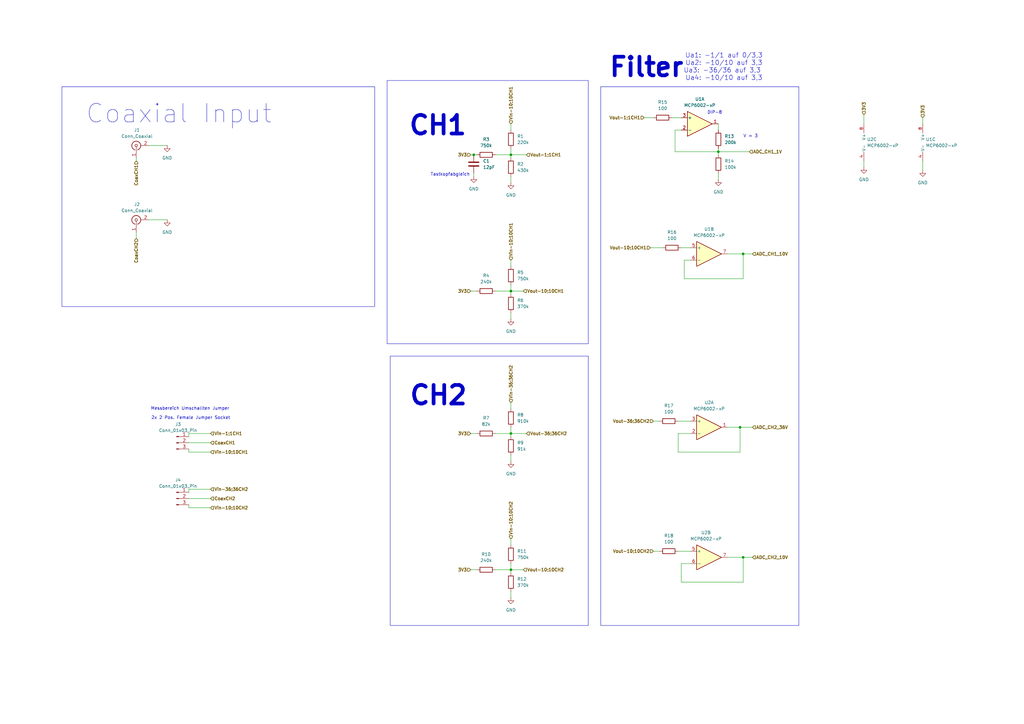
<source format=kicad_sch>
(kicad_sch (version 20250114) (generator "eeschema") (generator_version "9.0")
  (paper "A3")
  (lib_symbols
    (symbol "Amplifier_Operational:MCP6002-xP" (pin_names (offset 0.127))
      (property "Reference" "U" (at 0 5.08 0))
      (property "Value" "MCP6002-xP" (at 0 -5.08 0))
      (symbol "MCP6002-xP_1_1"
        (polyline (pts (xy -5.08 5.08) (xy 5.08 0) (xy -5.08 -5.08) (xy -5.08 5.08)) (stroke (width 0.254)) (fill (type background)))
        (pin input line (at -7.62 2.54 0) (length 2.54) (name "+") (number "3"))
        (pin input line (at -7.62 -2.54 0) (length 2.54) (name "-") (number "2"))
        (pin output line (at 7.62 0 180) (length 2.54) (name "~") (number "1"))
      )
      (symbol "MCP6002-xP_2_1"
        (polyline (pts (xy -5.08 5.08) (xy 5.08 0) (xy -5.08 -5.08) (xy -5.08 5.08)) (stroke (width 0.254)) (fill (type background)))
        (pin input line (at -7.62 2.54 0) (length 2.54) (name "+") (number "5"))
        (pin input line (at -7.62 -2.54 0) (length 2.54) (name "-") (number "6"))
        (pin output line (at 7.62 0 180) (length 2.54) (name "~") (number "7"))
      )
      (symbol "MCP6002-xP_3_1"
        (pin power_in line (at -2.54 7.62 270) (length 3.81) (name "V+") (number "8"))
        (pin power_in line (at -2.54 -7.62 90) (length 3.81) (name "V-") (number "4"))
      )
    )
    (symbol "Connector:Conn_01x03_Pin" (pin_names (offset 1.016) (hide yes))
      (property "Reference" "J" (at 0 5.08 0))
      (property "Value" "Conn_01x03_Pin" (at 0 -5.08 0))
      (symbol "Conn_01x03_Pin_1_1"
        (rectangle (start 0.8636 2.667) (end 0 2.413) (stroke (width 0.1524)) (fill (type outline)))
        (rectangle (start 0.8636 0.127) (end 0 -0.127) (stroke (width 0.1524)) (fill (type outline)))
        (rectangle (start 0.8636 -2.413) (end 0 -2.667) (stroke (width 0.1524)) (fill (type outline)))
        (polyline (pts (xy 1.27 2.54) (xy 0.8636 2.54)) (stroke (width 0.1524)))
        (polyline (pts (xy 1.27 0) (xy 0.8636 0)) (stroke (width 0.1524)))
        (polyline (pts (xy 1.27 -2.54) (xy 0.8636 -2.54)) (stroke (width 0.1524)))
        (pin passive line (at 5.08 2.54 180) (length 3.81) (name "Pin_1") (number "1"))
        (pin passive line (at 5.08 0 180) (length 3.81) (name "Pin_2") (number "2"))
        (pin passive line (at 5.08 -2.54 180) (length 3.81) (name "Pin_3") (number "3"))
      )
    )
    (symbol "Connector:Conn_Coaxial" (pin_names (offset 1.016) (hide yes))
      (property "Reference" "J" (at 0.254 3.048 0))
      (property "Value" "Conn_Coaxial" (at 2.921 0 90))
      (symbol "Conn_Coaxial_0_1"
        (polyline (pts (xy -2.54 0) (xy -0.508 0)))
        (arc (start 1.778 0) (mid 0.222 -1.8079) (end -1.778 -0.508) (stroke (width 0.254)))
        (arc (start -1.778 0.508) (mid 0.2221 1.8084) (end 1.778 0) (stroke (width 0.254)))
        (circle (center 0 0) (radius 0.508) (stroke (width 0.2032)))
        (polyline (pts (xy 0 -2.54) (xy 0 -1.778)))
      )
      (symbol "Conn_Coaxial_1_1"
        (pin passive line (at -5.08 0 0) (length 2.54) (name "In") (number "1"))
        (pin passive line (at 0 -5.08 90) (length 2.54) (name "Ext") (number "2"))
      )
    )
    (symbol "Device:C" (pin_numbers (hide yes)) (pin_names (offset 0.254))
      (property "Reference" "C" (at 0.635 2.54 0))
      (property "Value" "C" (at 0.635 -2.54 0))
      (symbol "C_0_1"
        (polyline (pts (xy -2.032 0.762) (xy 2.032 0.762)) (stroke (width 0.508)))
        (polyline (pts (xy -2.032 -0.762) (xy 2.032 -0.762)) (stroke (width 0.508)))
      )
      (symbol "C_1_1"
        (pin passive line (at 0 3.81 270) (length 2.794) (name "~") (number "1"))
        (pin passive line (at 0 -3.81 90) (length 2.794) (name "~") (number "2"))
      )
    )
    (symbol "Device:R" (pin_numbers (hide yes)) (pin_names (offset 0))
      (property "Reference" "R" (at 2.032 0 90))
      (property "Value" "R" (at 0 0 90))
      (symbol "R_0_1"
        (rectangle (start -1.016 -2.54) (end 1.016 2.54) (stroke (width 0.254)))
      )
      (symbol "R_1_1"
        (pin passive line (at 0 3.81 270) (length 1.27) (name "~") (number "1"))
        (pin passive line (at 0 -3.81 90) (length 1.27) (name "~") (number "2"))
      )
    )
    (symbol "power:GND" (power) (pin_numbers (hide yes)) (pin_names (offset 0) (hide yes))
      (property "Value" "GND" (at 0 -3.81 0))
      (symbol "GND_0_1"
        (polyline (pts (xy 0 0) (xy 0 -1.27) (xy 1.27 -1.27) (xy 0 -2.54) (xy -1.27 -1.27) (xy 0 -1.27)))
      )
      (symbol "GND_1_1"
        (pin power_in line (at 0 0 270) (length 0) (name "~") (number "1"))
      )
    )
  )
  (rectangle (start 160.02 146.05) (end 241.3 256.54))
  (rectangle (start 25.4 35.56) (end 153.67 125.73))
  (rectangle (start 158.75 33.02) (end 241.3 140.97))
  (rectangle (start 246.38 35.56) (end 327.66 256.54))
  (text "Tastkopfabgleich\n" (at 184.658 71.628 0) (effects (font (size 1.27 1.27))))
  (text "2x 2 Pos. Female Jumper Socket\n" (at 78.232 171.45 0) (effects (font (size 1.27 1.27))))
  (text "Coaxial Input\n" (at 73.406 46.736 0) (effects (font (size 7.62 7.62))))
  (text "CH2\n" (at 179.832 162.306 0) (effects (font (size 7.62 7.62) (thickness 1.524) (bold yes))))
  (text "Filter" (at 265.176 27.686 0) (effects (font (size 7.62 7.62) (thickness 1.524) (bold yes))))
  (text "CH1\n" (at 179.578 51.562 0) (effects (font (size 7.62 7.62) (thickness 1.524) (bold yes))))
  (text "Messbereich Umschallten Jumper\n" (at 77.978 167.64 0) (effects (font (size 1.27 1.27))))
  (text "DIP-8\n" (at 293.116 46.228 0) (effects (font (size 1.27 1.27))))
  (text "Ua1: -1/1 auf 0/3,3\nUa2: -10/10 auf 3,3\nUa3: -36/36 auf 3,3 \nUa4: -10/10 auf 3,3" (at 296.926 27.432 0) (effects (font (size 1.905 1.905))))
  (text "V = 3\n" (at 307.848 55.88 0) (effects (font (size 1.27 1.27))))
  (junction (at 294.64 62.23))
  (junction (at 209.55 177.8))
  (junction (at 209.55 63.5))
  (junction (at 304.8 104.14))
  (junction (at 209.55 119.38))
  (junction (at 209.55 233.68))
  (junction (at 194.31 63.5))
  (junction (at 303.53 175.26))
  (junction (at 304.8 228.6))
  (wire (pts (xy 215.9 177.8) (xy 209.55 177.8)))
  (wire (pts (xy 294.64 50.8) (xy 294.64 53.34)))
  (wire (pts (xy 86.36 177.8) (xy 77.47 177.8)))
  (wire (pts (xy 86.36 185.42) (xy 77.47 185.42)))
  (wire (pts (xy 209.55 116.84) (xy 209.55 119.38)))
  (wire (pts (xy 278.13 177.8) (xy 278.13 185.42)))
  (wire (pts (xy 209.55 119.38) (xy 209.55 120.65)))
  (wire (pts (xy 279.4 53.34) (xy 276.86 53.34)))
  (wire (pts (xy 276.86 62.23) (xy 294.64 62.23)))
  (wire (pts (xy 298.45 104.14) (xy 304.8 104.14)))
  (wire (pts (xy 194.31 71.12) (xy 194.31 72.39)))
  (wire (pts (xy 209.55 177.8) (xy 209.55 179.07)))
  (wire (pts (xy 209.55 63.5) (xy 215.9 63.5)))
  (wire (pts (xy 209.55 231.14) (xy 209.55 233.68)))
  (wire (pts (xy 77.47 200.66) (xy 77.47 201.93)))
  (wire (pts (xy 209.55 72.39) (xy 209.55 74.93)))
  (wire (pts (xy 267.97 226.06) (xy 270.51 226.06)))
  (wire (pts (xy 60.96 90.17) (xy 68.58 90.17)))
  (wire (pts (xy 278.13 172.72) (xy 283.21 172.72)))
  (wire (pts (xy 209.55 175.26) (xy 209.55 177.8)))
  (wire (pts (xy 77.47 185.42) (xy 77.47 184.15)))
  (wire (pts (xy 280.67 114.3) (xy 280.67 106.68)))
  (wire (pts (xy 86.36 200.66) (xy 77.47 200.66)))
  (wire (pts (xy 209.55 128.27) (xy 209.55 130.81)))
  (wire (pts (xy 378.46 48.26) (xy 378.46 50.8)))
  (wire (pts (xy 203.2 119.38) (xy 209.55 119.38)))
  (wire (pts (xy 209.55 119.38) (xy 214.63 119.38)))
  (wire (pts (xy 193.04 177.8) (xy 195.58 177.8)))
  (wire (pts (xy 294.64 71.12) (xy 294.64 73.66)))
  (wire (pts (xy 303.53 175.26) (xy 298.45 175.26)))
  (wire (pts (xy 280.67 106.68) (xy 283.21 106.68)))
  (wire (pts (xy 354.33 46.99) (xy 354.33 50.8)))
  (wire (pts (xy 378.46 66.04) (xy 378.46 69.85)))
  (wire (pts (xy 209.55 106.68) (xy 209.55 109.22)))
  (wire (pts (xy 278.13 185.42) (xy 303.53 185.42)))
  (wire (pts (xy 279.4 238.76) (xy 279.4 231.14)))
  (wire (pts (xy 276.86 53.34) (xy 276.86 62.23)))
  (wire (pts (xy 279.4 231.14) (xy 283.21 231.14)))
  (wire (pts (xy 193.04 233.68) (xy 195.58 233.68)))
  (wire (pts (xy 303.53 175.26) (xy 308.61 175.26)))
  (wire (pts (xy 304.8 114.3) (xy 280.67 114.3)))
  (wire (pts (xy 203.2 177.8) (xy 209.55 177.8)))
  (wire (pts (xy 304.8 228.6) (xy 304.8 238.76)))
  (wire (pts (xy 279.4 101.6) (xy 283.21 101.6)))
  (wire (pts (xy 77.47 204.47) (xy 86.36 204.47)))
  (wire (pts (xy 193.04 119.38) (xy 195.58 119.38)))
  (wire (pts (xy 86.36 208.28) (xy 77.47 208.28)))
  (wire (pts (xy 275.59 48.26) (xy 279.4 48.26)))
  (wire (pts (xy 304.8 238.76) (xy 279.4 238.76)))
  (wire (pts (xy 77.47 177.8) (xy 77.47 179.07)))
  (wire (pts (xy 193.04 63.5) (xy 194.31 63.5)))
  (wire (pts (xy 77.47 181.61) (xy 86.36 181.61)))
  (wire (pts (xy 194.31 63.5) (xy 195.58 63.5)))
  (wire (pts (xy 209.55 186.69) (xy 209.55 189.23)))
  (wire (pts (xy 278.13 226.06) (xy 283.21 226.06)))
  (wire (pts (xy 294.64 62.23) (xy 294.64 63.5)))
  (wire (pts (xy 303.53 185.42) (xy 303.53 175.26)))
  (wire (pts (xy 203.2 63.5) (xy 209.55 63.5)))
  (wire (pts (xy 77.47 208.28) (xy 77.47 207.01)))
  (wire (pts (xy 55.88 95.25) (xy 55.88 97.79)))
  (wire (pts (xy 209.55 242.57) (xy 209.55 245.11)))
  (wire (pts (xy 209.55 233.68) (xy 209.55 234.95)))
  (wire (pts (xy 283.21 177.8) (xy 278.13 177.8)))
  (wire (pts (xy 304.8 104.14) (xy 304.8 114.3)))
  (wire (pts (xy 209.55 233.68) (xy 214.63 233.68)))
  (wire (pts (xy 304.8 104.14) (xy 308.61 104.14)))
  (wire (pts (xy 209.55 220.98) (xy 209.55 223.52)))
  (wire (pts (xy 267.97 172.72) (xy 270.51 172.72)))
  (wire (pts (xy 294.64 60.96) (xy 294.64 62.23)))
  (wire (pts (xy 55.88 64.77) (xy 55.88 66.04)))
  (wire (pts (xy 266.7 101.6) (xy 271.78 101.6)))
  (wire (pts (xy 209.55 63.5) (xy 209.55 64.77)))
  (wire (pts (xy 209.55 50.8) (xy 209.55 53.34)))
  (wire (pts (xy 354.33 66.04) (xy 354.33 68.58)))
  (wire (pts (xy 294.64 62.23) (xy 307.34 62.23)))
  (wire (pts (xy 304.8 228.6) (xy 308.61 228.6)))
  (wire (pts (xy 203.2 233.68) (xy 209.55 233.68)))
  (wire (pts (xy 209.55 60.96) (xy 209.55 63.5)))
  (wire (pts (xy 60.96 59.69) (xy 68.58 59.69)))
  (wire (pts (xy 264.16 48.26) (xy 267.97 48.26)))
  (wire (pts (xy 209.55 165.1) (xy 209.55 167.64)))
  (wire (pts (xy 298.45 228.6) (xy 304.8 228.6)))
  (hierarchical_label "3V3" (shape input) (at 354.33 46.99 90) (effects (font (thickness 0.254) (bold yes))))
  (hierarchical_label "Vin-36;36CH2" (shape input) (at 209.55 165.1 90) (effects (font (thickness 0.254) (bold yes))))
  (hierarchical_label "Vout-36;36CH2" (shape input) (at 267.97 172.72 180) (effects (font (thickness 0.254) (bold yes))))
  (hierarchical_label "Vout-10;10CH2" (shape input) (at 214.63 233.68 0) (effects (font (thickness 0.254) (bold yes))))
  (hierarchical_label "ADC_CH1_10V" (shape input) (at 308.61 104.14 0) (effects (font (thickness 0.254) (bold yes))))
  (hierarchical_label "Vin-10;10CH1" (shape input) (at 209.55 106.68 90) (effects (font (thickness 0.254) (bold yes))))
  (hierarchical_label "3V3" (shape input) (at 193.04 119.38 180) (effects (font (thickness 0.254) (bold yes))))
  (hierarchical_label "Vout-10;10CH1" (shape input) (at 266.7 101.6 180) (effects (font (thickness 0.254) (bold yes))))
  (hierarchical_label "ADC_CH2_10V" (shape input) (at 308.61 228.6 0) (effects (font (thickness 0.254) (bold yes))))
  (hierarchical_label "3V3" (shape input) (at 193.04 177.8 180) (effects (font (thickness 0.254) (bold yes))))
  (hierarchical_label "Vout-1;1CH1" (shape input) (at 264.16 48.26 180) (effects (font (thickness 0.254) (bold yes))))
  (hierarchical_label "3V3" (shape input) (at 193.04 233.68 180) (effects (font (thickness 0.254) (bold yes))))
  (hierarchical_label "3V3" (shape input) (at 378.46 48.26 90) (effects (font (thickness 0.254) (bold yes))))
  (hierarchical_label "Vin-10;10CH2" (shape input) (at 209.55 220.98 90) (effects (font (thickness 0.254) (bold yes))))
  (hierarchical_label "Vout-10;10CH1" (shape input) (at 214.63 119.38 0) (effects (font (thickness 0.254) (bold yes))))
  (hierarchical_label "CoaxCH2" (shape input) (at 86.36 204.47 0) (effects (font (thickness 0.254) (bold yes))))
  (hierarchical_label "CoaxCH2" (shape input) (at 55.88 97.79 270) (effects (font (thickness 0.254) (bold yes))))
  (hierarchical_label "Vin-36;36CH2" (shape input) (at 86.36 200.66 0) (effects (font (thickness 0.254) (bold yes))))
  (hierarchical_label "Vout-1;1CH1" (shape input) (at 215.9 63.5 0) (effects (font (thickness 0.254) (bold yes))))
  (hierarchical_label "ADC_CH2_36V" (shape input) (at 308.61 175.26 0) (effects (font (thickness 0.254) (bold yes))))
  (hierarchical_label "3V3" (shape input) (at 193.04 63.5 180) (effects (font (thickness 0.254) (bold yes))))
  (hierarchical_label "CoaxCH1" (shape input) (at 55.88 66.04 270) (effects (font (thickness 0.254) (bold yes))))
  (hierarchical_label "CoaxCH1" (shape input) (at 86.36 181.61 0) (effects (font (thickness 0.254) (bold yes))))
  (hierarchical_label "Vin-1;1CH1" (shape input) (at 86.36 177.8 0) (effects (font (thickness 0.254) (bold yes))))
  (hierarchical_label "Vout-10;10CH2" (shape input) (at 267.97 226.06 180) (effects (font (thickness 0.254) (bold yes))))
  (hierarchical_label "Vin-10;10CH2" (shape input) (at 86.36 208.28 0) (effects (font (thickness 0.254) (bold yes))))
  (hierarchical_label "Vin-10;10CH1" (shape input) (at 86.36 185.42 0) (effects (font (thickness 0.254) (bold yes))))
  (hierarchical_label "ADC_CH1_1V" (shape input) (at 307.34 62.23 0) (effects (font (thickness 0.254) (bold yes))))
  (hierarchical_label "Vout-36;36CH2" (shape input) (at 215.9 177.8 0) (effects (font (thickness 0.254) (bold yes))))
  (hierarchical_label "Vin-10;10CH1" (shape input) (at 209.55 50.8 90) (effects (font (thickness 0.254) (bold yes))))
  (symbol (lib_id "Amplifier_Operational:MCP6002-xP") (at 356.87 58.42 0) (unit 3)
    (property "Reference" "U2" (at 355.6 57.1499 0) (effects (justify left)))
    (property "Value" "MCP6002-xP" (at 355.6 59.6899 0) (effects (justify left)))
    (property "Footprint" "Package_DIP:DIP-8_W7.62mm_LongPads" (effects (hide yes)))
    (property "Datasheet" "http://ww1.microchip.com/downloads/en/DeviceDoc/21733j.pdf" (effects (hide yes)))
    (property "Description" "1MHz, Low-Power Op Amp, DIP-8" (effects (hide yes)))
  )
  (symbol (lib_id "Device:R") (at 199.39 177.8 90) (unit 1)
    (property "Reference" "R7" (at 199.39 171.45 90))
    (property "Value" "82k" (at 199.39 173.99 90))
    (property "Footprint" "Resistor_SMD:R_0603_1608Metric_Pad0.98x0.95mm_HandSolder" (effects (hide yes)))
    (property "Description" "Resistor" (effects (hide yes)))
  )
  (symbol (lib_id "power:GND") (at 68.58 59.69 0) (unit 1)
    (property "Reference" "#PWR09" (effects (hide yes)))
    (property "Value" "GND" (at 68.58 64.77 0))
    (property "Description" "Power symbol creates a global label with name \"GND\" , ground" (effects (hide yes)))
  )
  (symbol (lib_id "power:GND") (at 209.55 130.81 0) (unit 1)
    (property "Reference" "#PWR02" (effects (hide yes)))
    (property "Value" "GND" (at 209.55 135.89 0))
    (property "Description" "Power symbol creates a global label with name \"GND\" , ground" (effects (hide yes)))
  )
  (symbol (lib_id "Device:R") (at 274.32 226.06 90) (unit 1)
    (property "Reference" "R18" (at 274.32 219.71 90))
    (property "Value" "100" (at 274.32 222.25 90))
    (property "Footprint" "Resistor_SMD:R_0603_1608Metric_Pad0.98x0.95mm_HandSolder" (effects (hide yes)))
    (property "Description" "Resistor" (effects (hide yes)))
  )
  (symbol (lib_id "Connector:Conn_01x03_Pin") (at 72.39 204.47 0) (unit 1)
    (property "Reference" "J4" (at 73.025 196.85 0))
    (property "Value" "Conn_01x03_Pin" (at 73.025 199.39 0))
    (property "Footprint" "Connector_PinHeader_1.00mm:PinHeader_1x03_P1.00mm_Vertical" (effects (hide yes)))
    (property "Description" "Generic connector, single row, 01x03, script generated" (effects (hide yes)))
  )
  (symbol (lib_id "Device:R") (at 199.39 119.38 90) (unit 1)
    (property "Reference" "R4" (at 199.39 113.03 90))
    (property "Value" "240k" (at 199.39 115.57 90))
    (property "Footprint" "Resistor_SMD:R_0603_1608Metric_Pad0.98x0.95mm_HandSolder" (effects (hide yes)))
    (property "Description" "Resistor" (effects (hide yes)))
  )
  (symbol (lib_id "Connector:Conn_Coaxial") (at 55.88 59.69 90) (unit 1)
    (property "Reference" "J1" (at 56.1732 53.34 90))
    (property "Value" "Conn_Coaxial" (at 56.1732 55.88 90))
    (property "Footprint" "L432KC:LINX_CONBNC001" (effects (hide yes)))
    (property "Datasheet" "https://www.te.com/commerce/DocumentDelivery/DDEController?Action=srchrtrv&DocNm=CONBNC001&DocType=Data+Sheet&DocLang=English&DocFormat=pdf&PartCntxt=CONBNC001" (effects (hide yes)))
    (property "Description" "coaxial connector (BNC, SMA, SMB, SMC, Cinch/RCA, LEMO, ...)" (effects (hide yes)))
  )
  (symbol (lib_id "Device:R") (at 209.55 171.45 0) (unit 1)
    (property "Reference" "R8" (at 212.09 170.1799 0) (effects (justify left)))
    (property "Value" "910k" (at 212.09 172.7199 0) (effects (justify left)))
    (property "Footprint" "Resistor_SMD:R_0603_1608Metric_Pad0.98x0.95mm_HandSolder" (effects (hide yes)))
    (property "Description" "Resistor" (effects (hide yes)))
  )
  (symbol (lib_id "power:GND") (at 194.31 72.39 0) (unit 1)
    (property "Reference" "#PWR012" (effects (hide yes)))
    (property "Value" "GND" (at 194.31 77.47 0))
    (property "Description" "Power symbol creates a global label with name \"GND\" , ground" (effects (hide yes)))
  )
  (symbol (lib_id "Device:R") (at 209.55 227.33 0) (unit 1)
    (property "Reference" "R11" (at 212.09 226.0599 0) (effects (justify left)))
    (property "Value" "750k" (at 212.09 228.5999 0) (effects (justify left)))
    (property "Footprint" "Resistor_SMD:R_0603_1608Metric_Pad0.98x0.95mm_HandSolder" (effects (hide yes)))
    (property "Description" "Resistor" (effects (hide yes)))
  )
  (symbol (lib_id "Amplifier_Operational:MCP6002-xP") (at 290.83 228.6 0) (unit 2)
    (property "Reference" "U2" (at 289.56 218.44 0))
    (property "Value" "MCP6002-xP" (at 289.56 220.98 0))
    (property "Footprint" "Package_DIP:DIP-8_W7.62mm_LongPads" (effects (hide yes)))
    (property "Datasheet" "http://ww1.microchip.com/downloads/en/DeviceDoc/21733j.pdf" (effects (hide yes)))
    (property "Description" "1MHz, Low-Power Op Amp, DIP-8" (effects (hide yes)))
  )
  (symbol (lib_id "power:GND") (at 378.46 69.85 0) (unit 1)
    (property "Reference" "#PWR05" (effects (hide yes)))
    (property "Value" "GND" (at 378.46 74.93 0))
    (property "Description" "Power symbol creates a global label with name \"GND\" , ground" (effects (hide yes)))
  )
  (symbol (lib_id "Device:R") (at 209.55 113.03 0) (unit 1)
    (property "Reference" "R5" (at 212.09 111.7599 0) (effects (justify left)))
    (property "Value" "750k" (at 212.09 114.2999 0) (effects (justify left)))
    (property "Footprint" "Resistor_SMD:R_0603_1608Metric_Pad0.98x0.95mm_HandSolder" (effects (hide yes)))
    (property "Description" "Resistor" (effects (hide yes)))
  )
  (symbol (lib_id "Device:R") (at 199.39 63.5 90) (unit 1)
    (property "Reference" "R3" (at 199.39 57.15 90))
    (property "Value" "750k" (at 199.39 59.69 90))
    (property "Footprint" "Resistor_SMD:R_0603_1608Metric_Pad0.98x0.95mm_HandSolder" (effects (hide yes)))
    (property "Description" "Resistor" (effects (hide yes)))
  )
  (symbol (lib_id "power:GND") (at 354.33 68.58 0) (unit 1)
    (property "Reference" "#PWR06" (effects (hide yes)))
    (property "Value" "GND" (at 354.33 73.66 0))
    (property "Description" "Power symbol creates a global label with name \"GND\" , ground" (effects (hide yes)))
  )
  (symbol (lib_id "power:GND") (at 68.58 90.17 0) (unit 1)
    (property "Reference" "#PWR08" (effects (hide yes)))
    (property "Value" "GND" (at 68.58 95.25 0))
    (property "Description" "Power symbol creates a global label with name \"GND\" , ground" (effects (hide yes)))
  )
  (symbol (lib_id "Amplifier_Operational:MCP6002-xP") (at 290.83 175.26 0) (unit 1)
    (property "Reference" "U2" (at 290.83 165.1 0))
    (property "Value" "MCP6002-xP" (at 290.83 167.64 0))
    (property "Footprint" "Package_DIP:DIP-8_W7.62mm_LongPads" (effects (hide yes)))
    (property "Datasheet" "http://ww1.microchip.com/downloads/en/DeviceDoc/21733j.pdf" (effects (hide yes)))
    (property "Description" "1MHz, Low-Power Op Amp, DIP-8" (effects (hide yes)))
  )
  (symbol (lib_id "power:GND") (at 294.64 73.66 0) (unit 1)
    (property "Reference" "#PWR07" (effects (hide yes)))
    (property "Value" "GND" (at 294.64 78.74 0))
    (property "Description" "Power symbol creates a global label with name \"GND\" , ground" (effects (hide yes)))
  )
  (symbol (lib_id "Connector:Conn_Coaxial") (at 55.88 90.17 90) (unit 1)
    (property "Reference" "J2" (at 56.1732 83.82 90))
    (property "Value" "Conn_Coaxial" (at 56.1732 86.36 90))
    (property "Footprint" "L432KC:LINX_CONBNC001" (effects (hide yes)))
    (property "Datasheet" "https://www.te.com/commerce/DocumentDelivery/DDEController?Action=srchrtrv&DocNm=CONBNC001&DocType=Data+Sheet&DocLang=English&DocFormat=pdf&PartCntxt=CONBNC001" (effects (hide yes)))
    (property "Description" "coaxial connector (BNC, SMA, SMB, SMC, Cinch/RCA, LEMO, ...)" (effects (hide yes)))
  )
  (symbol (lib_id "Device:R") (at 199.39 233.68 90) (unit 1)
    (property "Reference" "R10" (at 199.39 227.33 90))
    (property "Value" "240k" (at 199.39 229.87 90))
    (property "Footprint" "Resistor_SMD:R_0603_1608Metric_Pad0.98x0.95mm_HandSolder" (effects (hide yes)))
    (property "Description" "Resistor" (effects (hide yes)))
  )
  (symbol (lib_id "Amplifier_Operational:MCP6002-xP") (at 290.83 104.14 0) (unit 2)
    (property "Reference" "U1" (at 290.83 93.98 0))
    (property "Value" "MCP6002-xP" (at 290.83 96.52 0))
    (property "Footprint" "Package_DIP:DIP-8_W7.62mm_LongPads" (effects (hide yes)))
    (property "Datasheet" "http://ww1.microchip.com/downloads/en/DeviceDoc/21733j.pdf" (effects (hide yes)))
    (property "Description" "1MHz, Low-Power Op Amp, DIP-8" (effects (hide yes)))
  )
  (symbol (lib_id "Device:R") (at 294.64 57.15 0) (unit 1)
    (property "Reference" "R13" (at 297.18 55.8799 0) (effects (justify left)))
    (property "Value" "200k" (at 297.18 58.4199 0) (effects (justify left)))
    (property "Footprint" "Resistor_SMD:R_0603_1608Metric_Pad0.98x0.95mm_HandSolder" (effects (hide yes)))
    (property "Description" "Resistor" (effects (hide yes)))
  )
  (symbol (lib_id "Device:R") (at 209.55 57.15 0) (unit 1)
    (property "Reference" "R1" (at 212.09 55.8799 0) (effects (justify left)))
    (property "Value" "220k" (at 212.09 58.4199 0) (effects (justify left)))
    (property "Footprint" "Resistor_SMD:R_0603_1608Metric_Pad0.98x0.95mm_HandSolder" (effects (hide yes)))
    (property "Description" "Resistor" (effects (hide yes)))
  )
  (symbol (lib_id "Amplifier_Operational:MCP6002-xP") (at 287.02 50.8 0) (unit 1)
    (property "Reference" "U1" (at 287.02 40.64 0))
    (property "Value" "MCP6002-xP" (at 287.02 43.18 0))
    (property "Footprint" "Package_DIP:DIP-8_W7.62mm_LongPads" (effects (hide yes)))
    (property "Datasheet" "http://ww1.microchip.com/downloads/en/DeviceDoc/21733j.pdf" (effects (hide yes)))
    (property "Description" "1MHz, Low-Power Op Amp, DIP-8" (effects (hide yes)))
  )
  (symbol (lib_id "Device:R") (at 271.78 48.26 90) (unit 1)
    (property "Reference" "R15" (at 271.78 41.91 90))
    (property "Value" "100" (at 271.78 44.45 90))
    (property "Footprint" "Resistor_SMD:R_0603_1608Metric_Pad0.98x0.95mm_HandSolder" (effects (hide yes)))
    (property "Description" "Resistor" (effects (hide yes)))
  )
  (symbol (lib_id "Device:C") (at 194.31 67.31 0) (unit 1)
    (property "Reference" "C1" (at 198.12 66.0399 0) (effects (justify left)))
    (property "Value" "12pF" (at 198.12 68.5799 0) (effects (justify left)))
    (property "Footprint" "Capacitor_SMD:C_0603_1608Metric_Pad1.08x0.95mm_HandSolder" (effects (hide yes)))
    (property "Description" "Unpolarized capacitor" (effects (hide yes)))
  )
  (symbol (lib_id "power:GND") (at 209.55 245.11 0) (unit 1)
    (property "Reference" "#PWR04" (effects (hide yes)))
    (property "Value" "GND" (at 209.55 250.19 0))
    (property "Description" "Power symbol creates a global label with name \"GND\" , ground" (effects (hide yes)))
  )
  (symbol (lib_id "Device:R") (at 209.55 68.58 180) (unit 1)
    (property "Reference" "R2" (at 212.09 67.3099 0) (effects (justify right)))
    (property "Value" "430k" (at 212.09 69.8499 0) (effects (justify right)))
    (property "Footprint" "Resistor_SMD:R_0603_1608Metric_Pad0.98x0.95mm_HandSolder" (effects (hide yes)))
    (property "Description" "Resistor" (effects (hide yes)))
  )
  (symbol (lib_id "Connector:Conn_01x03_Pin") (at 72.39 181.61 0) (unit 1)
    (property "Reference" "J3" (at 73.025 173.99 0))
    (property "Value" "Conn_01x03_Pin" (at 73.025 176.53 0))
    (property "Footprint" "Connector_PinHeader_1.00mm:PinHeader_1x03_P1.00mm_Vertical" (effects (hide yes)))
    (property "Description" "Generic connector, single row, 01x03, script generated" (effects (hide yes)))
  )
  (symbol (lib_id "Device:R") (at 209.55 238.76 180) (unit 1)
    (property "Reference" "R12" (at 212.09 237.4899 0) (effects (justify right)))
    (property "Value" "370k" (at 212.09 240.0299 0) (effects (justify right)))
    (property "Footprint" "Resistor_SMD:R_0603_1608Metric_Pad0.98x0.95mm_HandSolder" (effects (hide yes)))
    (property "Description" "Resistor" (effects (hide yes)))
  )
  (symbol (lib_id "Amplifier_Operational:MCP6002-xP") (at 381 58.42 0) (unit 3)
    (property "Reference" "U1" (at 379.73 57.1499 0) (effects (justify left)))
    (property "Value" "MCP6002-xP" (at 379.73 59.6899 0) (effects (justify left)))
    (property "Footprint" "Package_DIP:DIP-8_W7.62mm_LongPads" (effects (hide yes)))
    (property "Datasheet" "http://ww1.microchip.com/downloads/en/DeviceDoc/21733j.pdf" (effects (hide yes)))
    (property "Description" "1MHz, Low-Power Op Amp, DIP-8" (effects (hide yes)))
  )
  (symbol (lib_id "Device:R") (at 275.59 101.6 90) (unit 1)
    (property "Reference" "R16" (at 275.59 95.25 90))
    (property "Value" "100" (at 275.59 97.79 90))
    (property "Footprint" "Resistor_SMD:R_0603_1608Metric_Pad0.98x0.95mm_HandSolder" (effects (hide yes)))
    (property "Description" "Resistor" (effects (hide yes)))
  )
  (symbol (lib_id "Device:R") (at 294.64 67.31 0) (unit 1)
    (property "Reference" "R14" (at 297.18 66.0399 0) (effects (justify left)))
    (property "Value" "100k" (at 297.18 68.5799 0) (effects (justify left)))
    (property "Footprint" "Resistor_SMD:R_0603_1608Metric_Pad0.98x0.95mm_HandSolder" (effects (hide yes)))
    (property "Description" "Resistor" (effects (hide yes)))
  )
  (symbol (lib_id "Device:R") (at 209.55 124.46 180) (unit 1)
    (property "Reference" "R6" (at 212.09 123.1899 0) (effects (justify right)))
    (property "Value" "370k" (at 212.09 125.7299 0) (effects (justify right)))
    (property "Footprint" "Resistor_SMD:R_0603_1608Metric_Pad0.98x0.95mm_HandSolder" (effects (hide yes)))
    (property "Description" "Resistor" (effects (hide yes)))
  )
  (symbol (lib_id "Device:R") (at 274.32 172.72 90) (unit 1)
    (property "Reference" "R17" (at 274.32 166.37 90))
    (property "Value" "100" (at 274.32 168.91 90))
    (property "Footprint" "Resistor_SMD:R_0603_1608Metric_Pad0.98x0.95mm_HandSolder" (effects (hide yes)))
    (property "Description" "Resistor" (effects (hide yes)))
  )
  (symbol (lib_id "power:GND") (at 209.55 74.93 0) (unit 1)
    (property "Reference" "#PWR01" (effects (hide yes)))
    (property "Value" "GND" (at 209.55 80.01 0))
    (property "Description" "Power symbol creates a global label with name \"GND\" , ground" (effects (hide yes)))
  )
  (symbol (lib_id "power:GND") (at 209.55 189.23 0) (unit 1)
    (property "Reference" "#PWR03" (effects (hide yes)))
    (property "Value" "GND" (at 209.55 194.31 0))
    (property "Description" "Power symbol creates a global label with name \"GND\" , ground" (effects (hide yes)))
  )
  (symbol (lib_id "Device:R") (at 209.55 182.88 180) (unit 1)
    (property "Reference" "R9" (at 212.09 181.6099 0) (effects (justify right)))
    (property "Value" "91k" (at 212.09 184.1499 0) (effects (justify right)))
    (property "Footprint" "Resistor_SMD:R_0603_1608Metric_Pad0.98x0.95mm_HandSolder" (effects (hide yes)))
    (property "Description" "Resistor" (effects (hide yes)))
  )
)
</source>
